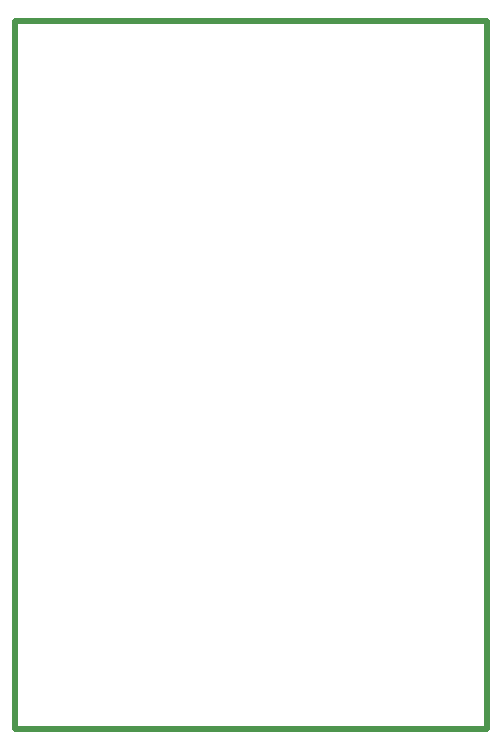
<source format=gko>
G04 Layer_Color=16711935*
%FSLAX24Y24*%
%MOIN*%
G70*
G01*
G75*
%ADD20C,0.0197*%
D20*
X39370Y19685D02*
X55118D01*
Y43307D01*
X39370D02*
X55118D01*
X39370Y39370D02*
Y43307D01*
Y19685D02*
Y39370D01*
M02*

</source>
